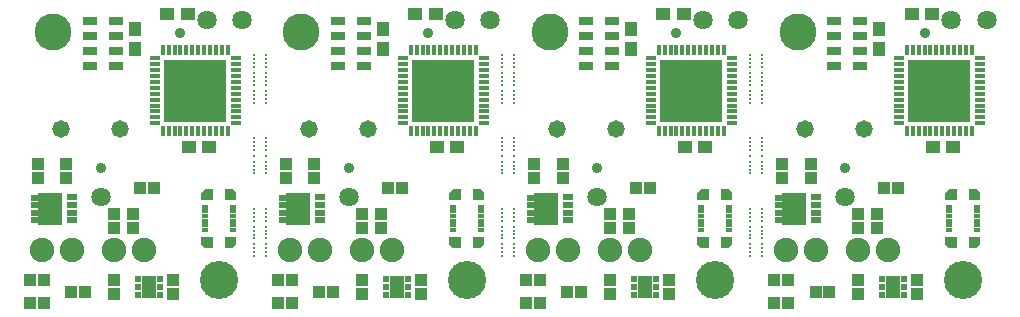
<source format=gbr>
G04 EAGLE Gerber RS-274X export*
G75*
%MOMM*%
%FSLAX34Y34*%
%LPD*%
%INSoldermask Bottom*%
%IPPOS*%
%AMOC8*
5,1,8,0,0,1.08239X$1,22.5*%
G01*
%ADD10C,3.227000*%
%ADD11C,3.127000*%
%ADD12C,0.327000*%
%ADD13R,1.227000X1.127000*%
%ADD14C,2.070100*%
%ADD15R,1.027000X0.977000*%
%ADD16R,0.977000X1.027000*%
%ADD17R,0.897000X0.517000*%
%ADD18R,2.087000X2.827000*%
%ADD19R,0.707000X0.517000*%
%ADD20R,5.277000X5.277000*%
%ADD21R,0.967000X0.387000*%
%ADD22R,0.387000X0.967000*%
%ADD23R,1.127000X1.227000*%
%ADD24R,1.247000X1.847000*%
%ADD25R,0.577000X0.527000*%
%ADD26R,1.227000X0.727000*%
%ADD27R,0.627000X0.357000*%
%ADD28C,1.477000*%
%ADD29C,1.627000*%
%ADD30C,0.877000*%

G36*
X794550Y97131D02*
X794550Y97131D01*
X794601Y97133D01*
X794633Y97151D01*
X794669Y97159D01*
X794708Y97192D01*
X794753Y97216D01*
X794774Y97246D01*
X794802Y97269D01*
X794823Y97316D01*
X794853Y97358D01*
X794861Y97400D01*
X794873Y97428D01*
X794872Y97458D01*
X794880Y97500D01*
X794880Y106200D01*
X794869Y106250D01*
X794867Y106301D01*
X794849Y106333D01*
X794841Y106369D01*
X794808Y106408D01*
X794784Y106453D01*
X794754Y106474D01*
X794731Y106502D01*
X794684Y106523D01*
X794642Y106553D01*
X794600Y106561D01*
X794572Y106573D01*
X794542Y106572D01*
X794500Y106580D01*
X788500Y106580D01*
X788426Y106563D01*
X788351Y106550D01*
X788341Y106543D01*
X788331Y106541D01*
X788302Y106517D01*
X788231Y106469D01*
X785231Y103469D01*
X785218Y103448D01*
X785201Y103434D01*
X785182Y103392D01*
X785147Y103342D01*
X785145Y103330D01*
X785140Y103322D01*
X785137Y103290D01*
X785130Y103276D01*
X785131Y103259D01*
X785120Y103200D01*
X785120Y97500D01*
X785131Y97450D01*
X785133Y97399D01*
X785151Y97367D01*
X785159Y97331D01*
X785192Y97292D01*
X785216Y97247D01*
X785246Y97226D01*
X785269Y97198D01*
X785316Y97177D01*
X785358Y97147D01*
X785400Y97139D01*
X785428Y97127D01*
X785458Y97128D01*
X785500Y97120D01*
X794500Y97120D01*
X794550Y97131D01*
G37*
G36*
X584550Y97131D02*
X584550Y97131D01*
X584601Y97133D01*
X584633Y97151D01*
X584669Y97159D01*
X584708Y97192D01*
X584753Y97216D01*
X584774Y97246D01*
X584802Y97269D01*
X584823Y97316D01*
X584853Y97358D01*
X584861Y97400D01*
X584873Y97428D01*
X584872Y97458D01*
X584880Y97500D01*
X584880Y106200D01*
X584869Y106250D01*
X584867Y106301D01*
X584849Y106333D01*
X584841Y106369D01*
X584808Y106408D01*
X584784Y106453D01*
X584754Y106474D01*
X584731Y106502D01*
X584684Y106523D01*
X584642Y106553D01*
X584600Y106561D01*
X584572Y106573D01*
X584542Y106572D01*
X584500Y106580D01*
X578500Y106580D01*
X578426Y106563D01*
X578351Y106550D01*
X578341Y106543D01*
X578331Y106541D01*
X578302Y106517D01*
X578231Y106469D01*
X575231Y103469D01*
X575218Y103448D01*
X575201Y103434D01*
X575182Y103392D01*
X575147Y103342D01*
X575145Y103330D01*
X575140Y103322D01*
X575137Y103290D01*
X575130Y103276D01*
X575131Y103259D01*
X575120Y103200D01*
X575120Y97500D01*
X575131Y97450D01*
X575133Y97399D01*
X575151Y97367D01*
X575159Y97331D01*
X575192Y97292D01*
X575216Y97247D01*
X575246Y97226D01*
X575269Y97198D01*
X575316Y97177D01*
X575358Y97147D01*
X575400Y97139D01*
X575428Y97127D01*
X575458Y97128D01*
X575500Y97120D01*
X584500Y97120D01*
X584550Y97131D01*
G37*
G36*
X374550Y97131D02*
X374550Y97131D01*
X374601Y97133D01*
X374633Y97151D01*
X374669Y97159D01*
X374708Y97192D01*
X374753Y97216D01*
X374774Y97246D01*
X374802Y97269D01*
X374823Y97316D01*
X374853Y97358D01*
X374861Y97400D01*
X374873Y97428D01*
X374872Y97458D01*
X374880Y97500D01*
X374880Y106200D01*
X374869Y106250D01*
X374867Y106301D01*
X374849Y106333D01*
X374841Y106369D01*
X374808Y106408D01*
X374784Y106453D01*
X374754Y106474D01*
X374731Y106502D01*
X374684Y106523D01*
X374642Y106553D01*
X374600Y106561D01*
X374572Y106573D01*
X374542Y106572D01*
X374500Y106580D01*
X368500Y106580D01*
X368426Y106563D01*
X368351Y106550D01*
X368341Y106543D01*
X368331Y106541D01*
X368302Y106517D01*
X368231Y106469D01*
X365231Y103469D01*
X365218Y103448D01*
X365201Y103434D01*
X365182Y103392D01*
X365147Y103342D01*
X365145Y103330D01*
X365140Y103322D01*
X365137Y103290D01*
X365130Y103276D01*
X365131Y103259D01*
X365120Y103200D01*
X365120Y97500D01*
X365131Y97450D01*
X365133Y97399D01*
X365151Y97367D01*
X365159Y97331D01*
X365192Y97292D01*
X365216Y97247D01*
X365246Y97226D01*
X365269Y97198D01*
X365316Y97177D01*
X365358Y97147D01*
X365400Y97139D01*
X365428Y97127D01*
X365458Y97128D01*
X365500Y97120D01*
X374500Y97120D01*
X374550Y97131D01*
G37*
G36*
X164550Y97131D02*
X164550Y97131D01*
X164601Y97133D01*
X164633Y97151D01*
X164669Y97159D01*
X164708Y97192D01*
X164753Y97216D01*
X164774Y97246D01*
X164802Y97269D01*
X164823Y97316D01*
X164853Y97358D01*
X164861Y97400D01*
X164873Y97428D01*
X164872Y97458D01*
X164880Y97500D01*
X164880Y106200D01*
X164869Y106250D01*
X164867Y106301D01*
X164849Y106333D01*
X164841Y106369D01*
X164808Y106408D01*
X164784Y106453D01*
X164754Y106474D01*
X164731Y106502D01*
X164684Y106523D01*
X164642Y106553D01*
X164600Y106561D01*
X164572Y106573D01*
X164542Y106572D01*
X164500Y106580D01*
X158500Y106580D01*
X158426Y106563D01*
X158351Y106550D01*
X158341Y106543D01*
X158331Y106541D01*
X158302Y106517D01*
X158231Y106469D01*
X155231Y103469D01*
X155218Y103448D01*
X155201Y103434D01*
X155182Y103392D01*
X155147Y103342D01*
X155145Y103330D01*
X155140Y103322D01*
X155137Y103290D01*
X155130Y103276D01*
X155131Y103259D01*
X155120Y103200D01*
X155120Y97500D01*
X155131Y97450D01*
X155133Y97399D01*
X155151Y97367D01*
X155159Y97331D01*
X155192Y97292D01*
X155216Y97247D01*
X155246Y97226D01*
X155269Y97198D01*
X155316Y97177D01*
X155358Y97147D01*
X155400Y97139D01*
X155428Y97127D01*
X155458Y97128D01*
X155500Y97120D01*
X164500Y97120D01*
X164550Y97131D01*
G37*
G36*
X604550Y97131D02*
X604550Y97131D01*
X604601Y97133D01*
X604633Y97151D01*
X604669Y97159D01*
X604708Y97192D01*
X604753Y97216D01*
X604774Y97246D01*
X604802Y97269D01*
X604823Y97316D01*
X604853Y97358D01*
X604861Y97400D01*
X604873Y97428D01*
X604872Y97458D01*
X604880Y97500D01*
X604880Y103200D01*
X604864Y103268D01*
X604863Y103304D01*
X604855Y103319D01*
X604850Y103349D01*
X604843Y103359D01*
X604841Y103369D01*
X604817Y103398D01*
X604793Y103433D01*
X604780Y103457D01*
X604774Y103461D01*
X604769Y103469D01*
X601769Y106469D01*
X601704Y106509D01*
X601642Y106553D01*
X601630Y106555D01*
X601622Y106560D01*
X601585Y106564D01*
X601500Y106580D01*
X595500Y106580D01*
X595450Y106569D01*
X595399Y106567D01*
X595367Y106549D01*
X595331Y106541D01*
X595292Y106508D01*
X595247Y106484D01*
X595226Y106454D01*
X595198Y106431D01*
X595177Y106384D01*
X595147Y106342D01*
X595139Y106300D01*
X595127Y106272D01*
X595128Y106242D01*
X595120Y106200D01*
X595120Y97500D01*
X595131Y97450D01*
X595133Y97399D01*
X595151Y97367D01*
X595159Y97331D01*
X595192Y97292D01*
X595216Y97247D01*
X595246Y97226D01*
X595269Y97198D01*
X595316Y97177D01*
X595358Y97147D01*
X595400Y97139D01*
X595428Y97127D01*
X595458Y97128D01*
X595500Y97120D01*
X604500Y97120D01*
X604550Y97131D01*
G37*
G36*
X814550Y97131D02*
X814550Y97131D01*
X814601Y97133D01*
X814633Y97151D01*
X814669Y97159D01*
X814708Y97192D01*
X814753Y97216D01*
X814774Y97246D01*
X814802Y97269D01*
X814823Y97316D01*
X814853Y97358D01*
X814861Y97400D01*
X814873Y97428D01*
X814872Y97458D01*
X814880Y97500D01*
X814880Y103200D01*
X814864Y103268D01*
X814863Y103304D01*
X814855Y103319D01*
X814850Y103349D01*
X814843Y103359D01*
X814841Y103369D01*
X814817Y103398D01*
X814793Y103433D01*
X814780Y103457D01*
X814774Y103461D01*
X814769Y103469D01*
X811769Y106469D01*
X811704Y106509D01*
X811642Y106553D01*
X811630Y106555D01*
X811622Y106560D01*
X811585Y106564D01*
X811500Y106580D01*
X805500Y106580D01*
X805450Y106569D01*
X805399Y106567D01*
X805367Y106549D01*
X805331Y106541D01*
X805292Y106508D01*
X805247Y106484D01*
X805226Y106454D01*
X805198Y106431D01*
X805177Y106384D01*
X805147Y106342D01*
X805139Y106300D01*
X805127Y106272D01*
X805128Y106242D01*
X805120Y106200D01*
X805120Y97500D01*
X805131Y97450D01*
X805133Y97399D01*
X805151Y97367D01*
X805159Y97331D01*
X805192Y97292D01*
X805216Y97247D01*
X805246Y97226D01*
X805269Y97198D01*
X805316Y97177D01*
X805358Y97147D01*
X805400Y97139D01*
X805428Y97127D01*
X805458Y97128D01*
X805500Y97120D01*
X814500Y97120D01*
X814550Y97131D01*
G37*
G36*
X394550Y97131D02*
X394550Y97131D01*
X394601Y97133D01*
X394633Y97151D01*
X394669Y97159D01*
X394708Y97192D01*
X394753Y97216D01*
X394774Y97246D01*
X394802Y97269D01*
X394823Y97316D01*
X394853Y97358D01*
X394861Y97400D01*
X394873Y97428D01*
X394872Y97458D01*
X394880Y97500D01*
X394880Y103200D01*
X394864Y103268D01*
X394863Y103304D01*
X394855Y103319D01*
X394850Y103349D01*
X394843Y103359D01*
X394841Y103369D01*
X394817Y103398D01*
X394793Y103433D01*
X394780Y103457D01*
X394774Y103461D01*
X394769Y103469D01*
X391769Y106469D01*
X391704Y106509D01*
X391642Y106553D01*
X391630Y106555D01*
X391622Y106560D01*
X391585Y106564D01*
X391500Y106580D01*
X385500Y106580D01*
X385450Y106569D01*
X385399Y106567D01*
X385367Y106549D01*
X385331Y106541D01*
X385292Y106508D01*
X385247Y106484D01*
X385226Y106454D01*
X385198Y106431D01*
X385177Y106384D01*
X385147Y106342D01*
X385139Y106300D01*
X385127Y106272D01*
X385128Y106242D01*
X385120Y106200D01*
X385120Y97500D01*
X385131Y97450D01*
X385133Y97399D01*
X385151Y97367D01*
X385159Y97331D01*
X385192Y97292D01*
X385216Y97247D01*
X385246Y97226D01*
X385269Y97198D01*
X385316Y97177D01*
X385358Y97147D01*
X385400Y97139D01*
X385428Y97127D01*
X385458Y97128D01*
X385500Y97120D01*
X394500Y97120D01*
X394550Y97131D01*
G37*
G36*
X184550Y97131D02*
X184550Y97131D01*
X184601Y97133D01*
X184633Y97151D01*
X184669Y97159D01*
X184708Y97192D01*
X184753Y97216D01*
X184774Y97246D01*
X184802Y97269D01*
X184823Y97316D01*
X184853Y97358D01*
X184861Y97400D01*
X184873Y97428D01*
X184872Y97458D01*
X184880Y97500D01*
X184880Y103200D01*
X184864Y103268D01*
X184863Y103304D01*
X184855Y103319D01*
X184850Y103349D01*
X184843Y103359D01*
X184841Y103369D01*
X184817Y103398D01*
X184793Y103433D01*
X184780Y103457D01*
X184774Y103461D01*
X184769Y103469D01*
X181769Y106469D01*
X181704Y106509D01*
X181642Y106553D01*
X181630Y106555D01*
X181622Y106560D01*
X181585Y106564D01*
X181500Y106580D01*
X175500Y106580D01*
X175450Y106569D01*
X175399Y106567D01*
X175367Y106549D01*
X175331Y106541D01*
X175292Y106508D01*
X175247Y106484D01*
X175226Y106454D01*
X175198Y106431D01*
X175177Y106384D01*
X175147Y106342D01*
X175139Y106300D01*
X175127Y106272D01*
X175128Y106242D01*
X175120Y106200D01*
X175120Y97500D01*
X175131Y97450D01*
X175133Y97399D01*
X175151Y97367D01*
X175159Y97331D01*
X175192Y97292D01*
X175216Y97247D01*
X175246Y97226D01*
X175269Y97198D01*
X175316Y97177D01*
X175358Y97147D01*
X175400Y97139D01*
X175428Y97127D01*
X175458Y97128D01*
X175500Y97120D01*
X184500Y97120D01*
X184550Y97131D01*
G37*
G36*
X584550Y57131D02*
X584550Y57131D01*
X584601Y57133D01*
X584633Y57151D01*
X584669Y57159D01*
X584708Y57192D01*
X584753Y57216D01*
X584774Y57246D01*
X584802Y57269D01*
X584823Y57316D01*
X584853Y57358D01*
X584861Y57400D01*
X584873Y57428D01*
X584872Y57458D01*
X584880Y57500D01*
X584880Y66200D01*
X584869Y66250D01*
X584867Y66301D01*
X584849Y66333D01*
X584841Y66369D01*
X584808Y66408D01*
X584784Y66453D01*
X584754Y66474D01*
X584731Y66502D01*
X584684Y66523D01*
X584642Y66553D01*
X584600Y66561D01*
X584572Y66573D01*
X584542Y66572D01*
X584500Y66580D01*
X575500Y66580D01*
X575450Y66569D01*
X575399Y66567D01*
X575367Y66549D01*
X575331Y66541D01*
X575292Y66508D01*
X575247Y66484D01*
X575226Y66454D01*
X575198Y66431D01*
X575177Y66384D01*
X575147Y66342D01*
X575139Y66300D01*
X575127Y66272D01*
X575128Y66242D01*
X575120Y66200D01*
X575120Y60500D01*
X575133Y60442D01*
X575133Y60441D01*
X575134Y60441D01*
X575137Y60426D01*
X575150Y60351D01*
X575157Y60341D01*
X575159Y60331D01*
X575183Y60302D01*
X575231Y60231D01*
X578231Y57231D01*
X578296Y57191D01*
X578358Y57147D01*
X578370Y57145D01*
X578378Y57140D01*
X578415Y57136D01*
X578500Y57120D01*
X584500Y57120D01*
X584550Y57131D01*
G37*
G36*
X374550Y57131D02*
X374550Y57131D01*
X374601Y57133D01*
X374633Y57151D01*
X374669Y57159D01*
X374708Y57192D01*
X374753Y57216D01*
X374774Y57246D01*
X374802Y57269D01*
X374823Y57316D01*
X374853Y57358D01*
X374861Y57400D01*
X374873Y57428D01*
X374872Y57458D01*
X374880Y57500D01*
X374880Y66200D01*
X374869Y66250D01*
X374867Y66301D01*
X374849Y66333D01*
X374841Y66369D01*
X374808Y66408D01*
X374784Y66453D01*
X374754Y66474D01*
X374731Y66502D01*
X374684Y66523D01*
X374642Y66553D01*
X374600Y66561D01*
X374572Y66573D01*
X374542Y66572D01*
X374500Y66580D01*
X365500Y66580D01*
X365450Y66569D01*
X365399Y66567D01*
X365367Y66549D01*
X365331Y66541D01*
X365292Y66508D01*
X365247Y66484D01*
X365226Y66454D01*
X365198Y66431D01*
X365177Y66384D01*
X365147Y66342D01*
X365139Y66300D01*
X365127Y66272D01*
X365128Y66242D01*
X365120Y66200D01*
X365120Y60500D01*
X365133Y60442D01*
X365133Y60441D01*
X365134Y60441D01*
X365137Y60426D01*
X365150Y60351D01*
X365157Y60341D01*
X365159Y60331D01*
X365183Y60302D01*
X365231Y60231D01*
X368231Y57231D01*
X368296Y57191D01*
X368358Y57147D01*
X368370Y57145D01*
X368378Y57140D01*
X368415Y57136D01*
X368500Y57120D01*
X374500Y57120D01*
X374550Y57131D01*
G37*
G36*
X164550Y57131D02*
X164550Y57131D01*
X164601Y57133D01*
X164633Y57151D01*
X164669Y57159D01*
X164708Y57192D01*
X164753Y57216D01*
X164774Y57246D01*
X164802Y57269D01*
X164823Y57316D01*
X164853Y57358D01*
X164861Y57400D01*
X164873Y57428D01*
X164872Y57458D01*
X164880Y57500D01*
X164880Y66200D01*
X164869Y66250D01*
X164867Y66301D01*
X164849Y66333D01*
X164841Y66369D01*
X164808Y66408D01*
X164784Y66453D01*
X164754Y66474D01*
X164731Y66502D01*
X164684Y66523D01*
X164642Y66553D01*
X164600Y66561D01*
X164572Y66573D01*
X164542Y66572D01*
X164500Y66580D01*
X155500Y66580D01*
X155450Y66569D01*
X155399Y66567D01*
X155367Y66549D01*
X155331Y66541D01*
X155292Y66508D01*
X155247Y66484D01*
X155226Y66454D01*
X155198Y66431D01*
X155177Y66384D01*
X155147Y66342D01*
X155139Y66300D01*
X155127Y66272D01*
X155128Y66242D01*
X155120Y66200D01*
X155120Y60500D01*
X155133Y60442D01*
X155133Y60441D01*
X155134Y60441D01*
X155137Y60426D01*
X155150Y60351D01*
X155157Y60341D01*
X155159Y60331D01*
X155183Y60302D01*
X155231Y60231D01*
X158231Y57231D01*
X158296Y57191D01*
X158358Y57147D01*
X158370Y57145D01*
X158378Y57140D01*
X158415Y57136D01*
X158500Y57120D01*
X164500Y57120D01*
X164550Y57131D01*
G37*
G36*
X794550Y57131D02*
X794550Y57131D01*
X794601Y57133D01*
X794633Y57151D01*
X794669Y57159D01*
X794708Y57192D01*
X794753Y57216D01*
X794774Y57246D01*
X794802Y57269D01*
X794823Y57316D01*
X794853Y57358D01*
X794861Y57400D01*
X794873Y57428D01*
X794872Y57458D01*
X794880Y57500D01*
X794880Y66200D01*
X794869Y66250D01*
X794867Y66301D01*
X794849Y66333D01*
X794841Y66369D01*
X794808Y66408D01*
X794784Y66453D01*
X794754Y66474D01*
X794731Y66502D01*
X794684Y66523D01*
X794642Y66553D01*
X794600Y66561D01*
X794572Y66573D01*
X794542Y66572D01*
X794500Y66580D01*
X785500Y66580D01*
X785450Y66569D01*
X785399Y66567D01*
X785367Y66549D01*
X785331Y66541D01*
X785292Y66508D01*
X785247Y66484D01*
X785226Y66454D01*
X785198Y66431D01*
X785177Y66384D01*
X785147Y66342D01*
X785139Y66300D01*
X785127Y66272D01*
X785128Y66242D01*
X785120Y66200D01*
X785120Y60500D01*
X785133Y60442D01*
X785133Y60441D01*
X785134Y60441D01*
X785137Y60426D01*
X785150Y60351D01*
X785157Y60341D01*
X785159Y60331D01*
X785183Y60302D01*
X785231Y60231D01*
X788231Y57231D01*
X788296Y57191D01*
X788358Y57147D01*
X788370Y57145D01*
X788378Y57140D01*
X788415Y57136D01*
X788500Y57120D01*
X794500Y57120D01*
X794550Y57131D01*
G37*
G36*
X601574Y57137D02*
X601574Y57137D01*
X601649Y57150D01*
X601659Y57157D01*
X601669Y57159D01*
X601698Y57183D01*
X601769Y57231D01*
X604769Y60231D01*
X604809Y60296D01*
X604853Y60358D01*
X604855Y60370D01*
X604860Y60378D01*
X604864Y60415D01*
X604880Y60500D01*
X604880Y66200D01*
X604869Y66250D01*
X604867Y66301D01*
X604849Y66333D01*
X604841Y66369D01*
X604808Y66408D01*
X604784Y66453D01*
X604754Y66474D01*
X604731Y66502D01*
X604684Y66523D01*
X604642Y66553D01*
X604600Y66561D01*
X604572Y66573D01*
X604542Y66572D01*
X604500Y66580D01*
X595500Y66580D01*
X595450Y66569D01*
X595399Y66567D01*
X595367Y66549D01*
X595331Y66541D01*
X595292Y66508D01*
X595247Y66484D01*
X595226Y66454D01*
X595198Y66431D01*
X595177Y66384D01*
X595147Y66342D01*
X595139Y66300D01*
X595127Y66272D01*
X595128Y66242D01*
X595120Y66200D01*
X595120Y57500D01*
X595131Y57450D01*
X595133Y57399D01*
X595151Y57367D01*
X595159Y57331D01*
X595192Y57292D01*
X595216Y57247D01*
X595246Y57226D01*
X595269Y57198D01*
X595316Y57177D01*
X595358Y57147D01*
X595400Y57139D01*
X595428Y57127D01*
X595458Y57128D01*
X595500Y57120D01*
X601500Y57120D01*
X601574Y57137D01*
G37*
G36*
X391574Y57137D02*
X391574Y57137D01*
X391649Y57150D01*
X391659Y57157D01*
X391669Y57159D01*
X391698Y57183D01*
X391769Y57231D01*
X394769Y60231D01*
X394809Y60296D01*
X394853Y60358D01*
X394855Y60370D01*
X394860Y60378D01*
X394864Y60415D01*
X394880Y60500D01*
X394880Y66200D01*
X394869Y66250D01*
X394867Y66301D01*
X394849Y66333D01*
X394841Y66369D01*
X394808Y66408D01*
X394784Y66453D01*
X394754Y66474D01*
X394731Y66502D01*
X394684Y66523D01*
X394642Y66553D01*
X394600Y66561D01*
X394572Y66573D01*
X394542Y66572D01*
X394500Y66580D01*
X385500Y66580D01*
X385450Y66569D01*
X385399Y66567D01*
X385367Y66549D01*
X385331Y66541D01*
X385292Y66508D01*
X385247Y66484D01*
X385226Y66454D01*
X385198Y66431D01*
X385177Y66384D01*
X385147Y66342D01*
X385139Y66300D01*
X385127Y66272D01*
X385128Y66242D01*
X385120Y66200D01*
X385120Y57500D01*
X385131Y57450D01*
X385133Y57399D01*
X385151Y57367D01*
X385159Y57331D01*
X385192Y57292D01*
X385216Y57247D01*
X385246Y57226D01*
X385269Y57198D01*
X385316Y57177D01*
X385358Y57147D01*
X385400Y57139D01*
X385428Y57127D01*
X385458Y57128D01*
X385500Y57120D01*
X391500Y57120D01*
X391574Y57137D01*
G37*
G36*
X181574Y57137D02*
X181574Y57137D01*
X181649Y57150D01*
X181659Y57157D01*
X181669Y57159D01*
X181698Y57183D01*
X181769Y57231D01*
X184769Y60231D01*
X184809Y60296D01*
X184853Y60358D01*
X184855Y60370D01*
X184860Y60378D01*
X184864Y60415D01*
X184880Y60500D01*
X184880Y66200D01*
X184869Y66250D01*
X184867Y66301D01*
X184849Y66333D01*
X184841Y66369D01*
X184808Y66408D01*
X184784Y66453D01*
X184754Y66474D01*
X184731Y66502D01*
X184684Y66523D01*
X184642Y66553D01*
X184600Y66561D01*
X184572Y66573D01*
X184542Y66572D01*
X184500Y66580D01*
X175500Y66580D01*
X175450Y66569D01*
X175399Y66567D01*
X175367Y66549D01*
X175331Y66541D01*
X175292Y66508D01*
X175247Y66484D01*
X175226Y66454D01*
X175198Y66431D01*
X175177Y66384D01*
X175147Y66342D01*
X175139Y66300D01*
X175127Y66272D01*
X175128Y66242D01*
X175120Y66200D01*
X175120Y57500D01*
X175131Y57450D01*
X175133Y57399D01*
X175151Y57367D01*
X175159Y57331D01*
X175192Y57292D01*
X175216Y57247D01*
X175246Y57226D01*
X175269Y57198D01*
X175316Y57177D01*
X175358Y57147D01*
X175400Y57139D01*
X175428Y57127D01*
X175458Y57128D01*
X175500Y57120D01*
X181500Y57120D01*
X181574Y57137D01*
G37*
G36*
X811574Y57137D02*
X811574Y57137D01*
X811649Y57150D01*
X811659Y57157D01*
X811669Y57159D01*
X811698Y57183D01*
X811769Y57231D01*
X814769Y60231D01*
X814809Y60296D01*
X814853Y60358D01*
X814855Y60370D01*
X814860Y60378D01*
X814864Y60415D01*
X814880Y60500D01*
X814880Y66200D01*
X814869Y66250D01*
X814867Y66301D01*
X814849Y66333D01*
X814841Y66369D01*
X814808Y66408D01*
X814784Y66453D01*
X814754Y66474D01*
X814731Y66502D01*
X814684Y66523D01*
X814642Y66553D01*
X814600Y66561D01*
X814572Y66573D01*
X814542Y66572D01*
X814500Y66580D01*
X805500Y66580D01*
X805450Y66569D01*
X805399Y66567D01*
X805367Y66549D01*
X805331Y66541D01*
X805292Y66508D01*
X805247Y66484D01*
X805226Y66454D01*
X805198Y66431D01*
X805177Y66384D01*
X805147Y66342D01*
X805139Y66300D01*
X805127Y66272D01*
X805128Y66242D01*
X805120Y66200D01*
X805120Y57500D01*
X805131Y57450D01*
X805133Y57399D01*
X805151Y57367D01*
X805159Y57331D01*
X805192Y57292D01*
X805216Y57247D01*
X805246Y57226D01*
X805269Y57198D01*
X805316Y57177D01*
X805358Y57147D01*
X805400Y57139D01*
X805428Y57127D01*
X805458Y57128D01*
X805500Y57120D01*
X811500Y57120D01*
X811574Y57137D01*
G37*
D10*
X170000Y30000D03*
D11*
X30000Y240000D03*
D10*
X380000Y30000D03*
D11*
X240000Y240000D03*
D10*
X590000Y30000D03*
D11*
X450000Y240000D03*
D10*
X800000Y30000D03*
D11*
X660000Y240000D03*
D12*
X200000Y213300D03*
X200000Y216600D03*
X200000Y220000D03*
X200000Y210000D03*
X210000Y216700D03*
X210000Y213400D03*
X210000Y210000D03*
X210000Y220000D03*
X200000Y183300D03*
X200000Y186600D03*
X200000Y190000D03*
X200000Y180000D03*
X210000Y186700D03*
X210000Y183400D03*
X210000Y180000D03*
X210000Y190000D03*
X200000Y198300D03*
X200000Y201600D03*
X200000Y205000D03*
X200000Y195000D03*
X210000Y201700D03*
X210000Y198400D03*
X210000Y195000D03*
X210000Y205000D03*
X200000Y143300D03*
X200000Y146600D03*
X200000Y150000D03*
X200000Y140000D03*
X210000Y146700D03*
X210000Y143400D03*
X210000Y140000D03*
X210000Y150000D03*
X200000Y123300D03*
X200000Y126600D03*
X200000Y130000D03*
X200000Y120000D03*
X210000Y126700D03*
X210000Y123400D03*
X210000Y120000D03*
X210000Y130000D03*
X200000Y83300D03*
X200000Y86600D03*
X200000Y90000D03*
X200000Y80000D03*
X210000Y86700D03*
X210000Y83400D03*
X210000Y80000D03*
X210000Y90000D03*
X200000Y53300D03*
X200000Y56600D03*
X200000Y60000D03*
X200000Y50000D03*
X210000Y56700D03*
X210000Y53400D03*
X210000Y50000D03*
X210000Y60000D03*
X200000Y68300D03*
X200000Y71600D03*
X200000Y75000D03*
X200000Y65000D03*
X210000Y71700D03*
X210000Y68400D03*
X210000Y65000D03*
X210000Y75000D03*
X200000Y135000D03*
X210000Y135000D03*
X410000Y213300D03*
X410000Y216600D03*
X410000Y220000D03*
X410000Y210000D03*
X420000Y216700D03*
X420000Y213400D03*
X420000Y210000D03*
X420000Y220000D03*
X410000Y183300D03*
X410000Y186600D03*
X410000Y190000D03*
X410000Y180000D03*
X420000Y186700D03*
X420000Y183400D03*
X420000Y180000D03*
X420000Y190000D03*
X410000Y198300D03*
X410000Y201600D03*
X410000Y205000D03*
X410000Y195000D03*
X420000Y201700D03*
X420000Y198400D03*
X420000Y195000D03*
X420000Y205000D03*
X410000Y143300D03*
X410000Y146600D03*
X410000Y150000D03*
X410000Y140000D03*
X420000Y146700D03*
X420000Y143400D03*
X420000Y140000D03*
X420000Y150000D03*
X410000Y123300D03*
X410000Y126600D03*
X410000Y130000D03*
X410000Y120000D03*
X420000Y126700D03*
X420000Y123400D03*
X420000Y120000D03*
X420000Y130000D03*
X410000Y83300D03*
X410000Y86600D03*
X410000Y90000D03*
X410000Y80000D03*
X420000Y86700D03*
X420000Y83400D03*
X420000Y80000D03*
X420000Y90000D03*
X410000Y53300D03*
X410000Y56600D03*
X410000Y60000D03*
X410000Y50000D03*
X420000Y56700D03*
X420000Y53400D03*
X420000Y50000D03*
X420000Y60000D03*
X410000Y68300D03*
X410000Y71600D03*
X410000Y75000D03*
X410000Y65000D03*
X420000Y71700D03*
X420000Y68400D03*
X420000Y65000D03*
X420000Y75000D03*
X410000Y135000D03*
X420000Y135000D03*
X620000Y213300D03*
X620000Y216600D03*
X620000Y220000D03*
X620000Y210000D03*
X630000Y216700D03*
X630000Y213400D03*
X630000Y210000D03*
X630000Y220000D03*
X620000Y183300D03*
X620000Y186600D03*
X620000Y190000D03*
X620000Y180000D03*
X630000Y186700D03*
X630000Y183400D03*
X630000Y180000D03*
X630000Y190000D03*
X620000Y198300D03*
X620000Y201600D03*
X620000Y205000D03*
X620000Y195000D03*
X630000Y201700D03*
X630000Y198400D03*
X630000Y195000D03*
X630000Y205000D03*
X620000Y143300D03*
X620000Y146600D03*
X620000Y150000D03*
X620000Y140000D03*
X630000Y146700D03*
X630000Y143400D03*
X630000Y140000D03*
X630000Y150000D03*
X620000Y123300D03*
X620000Y126600D03*
X620000Y130000D03*
X620000Y120000D03*
X630000Y126700D03*
X630000Y123400D03*
X630000Y120000D03*
X630000Y130000D03*
X620000Y83300D03*
X620000Y86600D03*
X620000Y90000D03*
X620000Y80000D03*
X630000Y86700D03*
X630000Y83400D03*
X630000Y80000D03*
X630000Y90000D03*
X620000Y53300D03*
X620000Y56600D03*
X620000Y60000D03*
X620000Y50000D03*
X630000Y56700D03*
X630000Y53400D03*
X630000Y50000D03*
X630000Y60000D03*
X620000Y68300D03*
X620000Y71600D03*
X620000Y75000D03*
X620000Y65000D03*
X630000Y71700D03*
X630000Y68400D03*
X630000Y65000D03*
X630000Y75000D03*
X620000Y135000D03*
X630000Y135000D03*
D13*
X144500Y142000D03*
X161500Y142000D03*
X126500Y255000D03*
X143500Y255000D03*
D14*
X20000Y55000D03*
X45400Y55000D03*
X81000Y55000D03*
X106400Y55000D03*
D15*
X41000Y127800D03*
X41000Y116200D03*
D16*
X21800Y30000D03*
X10200Y30000D03*
X21800Y10000D03*
X10200Y10000D03*
D15*
X17000Y127800D03*
X17000Y116200D03*
D16*
X45200Y20000D03*
X56800Y20000D03*
D17*
X46000Y99750D03*
X46000Y93250D03*
X46000Y86750D03*
X46000Y80250D03*
D18*
X27000Y90000D03*
D19*
X14300Y80750D03*
X14300Y86750D03*
X14300Y93250D03*
X14300Y99250D03*
D20*
X150000Y190000D03*
D21*
X184350Y217500D03*
X184350Y212500D03*
X184350Y207500D03*
X184350Y202500D03*
X184350Y197500D03*
X184350Y192500D03*
X184350Y187500D03*
X184350Y182500D03*
X184350Y177500D03*
X184350Y172500D03*
X184350Y167500D03*
X184350Y162500D03*
D22*
X177500Y155650D03*
X172500Y155650D03*
X167500Y155650D03*
X162500Y155650D03*
X157500Y155650D03*
X152500Y155650D03*
X147500Y155650D03*
X142500Y155650D03*
X137500Y155650D03*
X132500Y155650D03*
X127500Y155650D03*
X122500Y155650D03*
D21*
X115650Y162500D03*
X115650Y167500D03*
X115650Y172500D03*
X115650Y177500D03*
X115650Y182500D03*
X115650Y187500D03*
X115650Y192500D03*
X115650Y197500D03*
X115650Y202500D03*
X115650Y207500D03*
X115650Y212500D03*
X115650Y217500D03*
D22*
X122500Y224350D03*
X127500Y224350D03*
X132500Y224350D03*
X137500Y224350D03*
X142500Y224350D03*
X147500Y224350D03*
X152500Y224350D03*
X157500Y224350D03*
X162500Y224350D03*
X167500Y224350D03*
X172500Y224350D03*
X177500Y224350D03*
D23*
X99000Y225500D03*
X99000Y242500D03*
D24*
X111000Y24000D03*
D25*
X120250Y30500D03*
X120250Y24000D03*
X120250Y17500D03*
X101750Y17500D03*
X101750Y24000D03*
X101750Y30500D03*
D15*
X131000Y18200D03*
X131000Y29800D03*
X81000Y29800D03*
X81000Y18200D03*
D26*
X83000Y248750D03*
X83000Y236250D03*
X83000Y223750D03*
X83000Y211250D03*
X61000Y211250D03*
X61000Y223750D03*
X61000Y236250D03*
X61000Y248750D03*
D27*
X182000Y92000D03*
X182000Y88000D03*
X182000Y84000D03*
X182000Y80000D03*
X182000Y76000D03*
X182000Y72000D03*
X158000Y72000D03*
X158000Y76000D03*
X158000Y80000D03*
X158000Y84000D03*
X158000Y88000D03*
X158000Y92000D03*
D15*
X97000Y85800D03*
X97000Y74200D03*
X81000Y85800D03*
X81000Y74200D03*
D28*
X86000Y158000D03*
X36000Y158000D03*
D16*
X103200Y108000D03*
X114800Y108000D03*
D13*
X354500Y142000D03*
X371500Y142000D03*
X336500Y255000D03*
X353500Y255000D03*
D14*
X230000Y55000D03*
X255400Y55000D03*
X291000Y55000D03*
X316400Y55000D03*
D15*
X251000Y127800D03*
X251000Y116200D03*
D16*
X231800Y30000D03*
X220200Y30000D03*
X231800Y10000D03*
X220200Y10000D03*
D15*
X227000Y127800D03*
X227000Y116200D03*
D16*
X255200Y20000D03*
X266800Y20000D03*
D17*
X256000Y99750D03*
X256000Y93250D03*
X256000Y86750D03*
X256000Y80250D03*
D18*
X237000Y90000D03*
D19*
X224300Y80750D03*
X224300Y86750D03*
X224300Y93250D03*
X224300Y99250D03*
D20*
X360000Y190000D03*
D21*
X394350Y217500D03*
X394350Y212500D03*
X394350Y207500D03*
X394350Y202500D03*
X394350Y197500D03*
X394350Y192500D03*
X394350Y187500D03*
X394350Y182500D03*
X394350Y177500D03*
X394350Y172500D03*
X394350Y167500D03*
X394350Y162500D03*
D22*
X387500Y155650D03*
X382500Y155650D03*
X377500Y155650D03*
X372500Y155650D03*
X367500Y155650D03*
X362500Y155650D03*
X357500Y155650D03*
X352500Y155650D03*
X347500Y155650D03*
X342500Y155650D03*
X337500Y155650D03*
X332500Y155650D03*
D21*
X325650Y162500D03*
X325650Y167500D03*
X325650Y172500D03*
X325650Y177500D03*
X325650Y182500D03*
X325650Y187500D03*
X325650Y192500D03*
X325650Y197500D03*
X325650Y202500D03*
X325650Y207500D03*
X325650Y212500D03*
X325650Y217500D03*
D22*
X332500Y224350D03*
X337500Y224350D03*
X342500Y224350D03*
X347500Y224350D03*
X352500Y224350D03*
X357500Y224350D03*
X362500Y224350D03*
X367500Y224350D03*
X372500Y224350D03*
X377500Y224350D03*
X382500Y224350D03*
X387500Y224350D03*
D23*
X309000Y225500D03*
X309000Y242500D03*
D24*
X321000Y24000D03*
D25*
X330250Y30500D03*
X330250Y24000D03*
X330250Y17500D03*
X311750Y17500D03*
X311750Y24000D03*
X311750Y30500D03*
D15*
X341000Y18200D03*
X341000Y29800D03*
X291000Y29800D03*
X291000Y18200D03*
D26*
X293000Y248750D03*
X293000Y236250D03*
X293000Y223750D03*
X293000Y211250D03*
X271000Y211250D03*
X271000Y223750D03*
X271000Y236250D03*
X271000Y248750D03*
D27*
X392000Y92000D03*
X392000Y88000D03*
X392000Y84000D03*
X392000Y80000D03*
X392000Y76000D03*
X392000Y72000D03*
X368000Y72000D03*
X368000Y76000D03*
X368000Y80000D03*
X368000Y84000D03*
X368000Y88000D03*
X368000Y92000D03*
D15*
X307000Y85800D03*
X307000Y74200D03*
X291000Y85800D03*
X291000Y74200D03*
D28*
X296000Y158000D03*
X246000Y158000D03*
D16*
X313200Y108000D03*
X324800Y108000D03*
D13*
X564500Y142000D03*
X581500Y142000D03*
X546500Y255000D03*
X563500Y255000D03*
D14*
X440000Y55000D03*
X465400Y55000D03*
X501000Y55000D03*
X526400Y55000D03*
D15*
X461000Y127800D03*
X461000Y116200D03*
D16*
X441800Y30000D03*
X430200Y30000D03*
X441800Y10000D03*
X430200Y10000D03*
D15*
X437000Y127800D03*
X437000Y116200D03*
D16*
X465200Y20000D03*
X476800Y20000D03*
D17*
X466000Y99750D03*
X466000Y93250D03*
X466000Y86750D03*
X466000Y80250D03*
D18*
X447000Y90000D03*
D19*
X434300Y80750D03*
X434300Y86750D03*
X434300Y93250D03*
X434300Y99250D03*
D20*
X570000Y190000D03*
D21*
X604350Y217500D03*
X604350Y212500D03*
X604350Y207500D03*
X604350Y202500D03*
X604350Y197500D03*
X604350Y192500D03*
X604350Y187500D03*
X604350Y182500D03*
X604350Y177500D03*
X604350Y172500D03*
X604350Y167500D03*
X604350Y162500D03*
D22*
X597500Y155650D03*
X592500Y155650D03*
X587500Y155650D03*
X582500Y155650D03*
X577500Y155650D03*
X572500Y155650D03*
X567500Y155650D03*
X562500Y155650D03*
X557500Y155650D03*
X552500Y155650D03*
X547500Y155650D03*
X542500Y155650D03*
D21*
X535650Y162500D03*
X535650Y167500D03*
X535650Y172500D03*
X535650Y177500D03*
X535650Y182500D03*
X535650Y187500D03*
X535650Y192500D03*
X535650Y197500D03*
X535650Y202500D03*
X535650Y207500D03*
X535650Y212500D03*
X535650Y217500D03*
D22*
X542500Y224350D03*
X547500Y224350D03*
X552500Y224350D03*
X557500Y224350D03*
X562500Y224350D03*
X567500Y224350D03*
X572500Y224350D03*
X577500Y224350D03*
X582500Y224350D03*
X587500Y224350D03*
X592500Y224350D03*
X597500Y224350D03*
D23*
X519000Y225500D03*
X519000Y242500D03*
D24*
X531000Y24000D03*
D25*
X540250Y30500D03*
X540250Y24000D03*
X540250Y17500D03*
X521750Y17500D03*
X521750Y24000D03*
X521750Y30500D03*
D15*
X551000Y18200D03*
X551000Y29800D03*
X501000Y29800D03*
X501000Y18200D03*
D26*
X503000Y248750D03*
X503000Y236250D03*
X503000Y223750D03*
X503000Y211250D03*
X481000Y211250D03*
X481000Y223750D03*
X481000Y236250D03*
X481000Y248750D03*
D27*
X602000Y92000D03*
X602000Y88000D03*
X602000Y84000D03*
X602000Y80000D03*
X602000Y76000D03*
X602000Y72000D03*
X578000Y72000D03*
X578000Y76000D03*
X578000Y80000D03*
X578000Y84000D03*
X578000Y88000D03*
X578000Y92000D03*
D15*
X517000Y85800D03*
X517000Y74200D03*
X501000Y85800D03*
X501000Y74200D03*
D28*
X506000Y158000D03*
X456000Y158000D03*
D16*
X523200Y108000D03*
X534800Y108000D03*
D13*
X774500Y142000D03*
X791500Y142000D03*
X756500Y255000D03*
X773500Y255000D03*
D14*
X650000Y55000D03*
X675400Y55000D03*
X711000Y55000D03*
X736400Y55000D03*
D15*
X671000Y127800D03*
X671000Y116200D03*
D16*
X651800Y30000D03*
X640200Y30000D03*
X651800Y10000D03*
X640200Y10000D03*
D15*
X647000Y127800D03*
X647000Y116200D03*
D16*
X675200Y20000D03*
X686800Y20000D03*
D17*
X676000Y99750D03*
X676000Y93250D03*
X676000Y86750D03*
X676000Y80250D03*
D18*
X657000Y90000D03*
D19*
X644300Y80750D03*
X644300Y86750D03*
X644300Y93250D03*
X644300Y99250D03*
D20*
X780000Y190000D03*
D21*
X814350Y217500D03*
X814350Y212500D03*
X814350Y207500D03*
X814350Y202500D03*
X814350Y197500D03*
X814350Y192500D03*
X814350Y187500D03*
X814350Y182500D03*
X814350Y177500D03*
X814350Y172500D03*
X814350Y167500D03*
X814350Y162500D03*
D22*
X807500Y155650D03*
X802500Y155650D03*
X797500Y155650D03*
X792500Y155650D03*
X787500Y155650D03*
X782500Y155650D03*
X777500Y155650D03*
X772500Y155650D03*
X767500Y155650D03*
X762500Y155650D03*
X757500Y155650D03*
X752500Y155650D03*
D21*
X745650Y162500D03*
X745650Y167500D03*
X745650Y172500D03*
X745650Y177500D03*
X745650Y182500D03*
X745650Y187500D03*
X745650Y192500D03*
X745650Y197500D03*
X745650Y202500D03*
X745650Y207500D03*
X745650Y212500D03*
X745650Y217500D03*
D22*
X752500Y224350D03*
X757500Y224350D03*
X762500Y224350D03*
X767500Y224350D03*
X772500Y224350D03*
X777500Y224350D03*
X782500Y224350D03*
X787500Y224350D03*
X792500Y224350D03*
X797500Y224350D03*
X802500Y224350D03*
X807500Y224350D03*
D23*
X729000Y225500D03*
X729000Y242500D03*
D24*
X741000Y24000D03*
D25*
X750250Y30500D03*
X750250Y24000D03*
X750250Y17500D03*
X731750Y17500D03*
X731750Y24000D03*
X731750Y30500D03*
D15*
X761000Y18200D03*
X761000Y29800D03*
X711000Y29800D03*
X711000Y18200D03*
D26*
X713000Y248750D03*
X713000Y236250D03*
X713000Y223750D03*
X713000Y211250D03*
X691000Y211250D03*
X691000Y223750D03*
X691000Y236250D03*
X691000Y248750D03*
D27*
X812000Y92000D03*
X812000Y88000D03*
X812000Y84000D03*
X812000Y80000D03*
X812000Y76000D03*
X812000Y72000D03*
X788000Y72000D03*
X788000Y76000D03*
X788000Y80000D03*
X788000Y84000D03*
X788000Y88000D03*
X788000Y92000D03*
D15*
X727000Y85800D03*
X727000Y74200D03*
X711000Y85800D03*
X711000Y74200D03*
D28*
X716000Y158000D03*
X666000Y158000D03*
D16*
X733200Y108000D03*
X744800Y108000D03*
D29*
X70000Y100000D03*
X280000Y100000D03*
X490000Y100000D03*
X700000Y100000D03*
D30*
X137500Y238900D03*
X347500Y238900D03*
X557500Y238900D03*
X767500Y238900D03*
D29*
X160000Y250000D03*
X370000Y250000D03*
X580000Y250000D03*
X790000Y250000D03*
X190000Y250000D03*
X400000Y250000D03*
X610000Y250000D03*
X820000Y250000D03*
D30*
X70000Y125000D03*
X280000Y125000D03*
X490000Y125000D03*
X700000Y125000D03*
M02*

</source>
